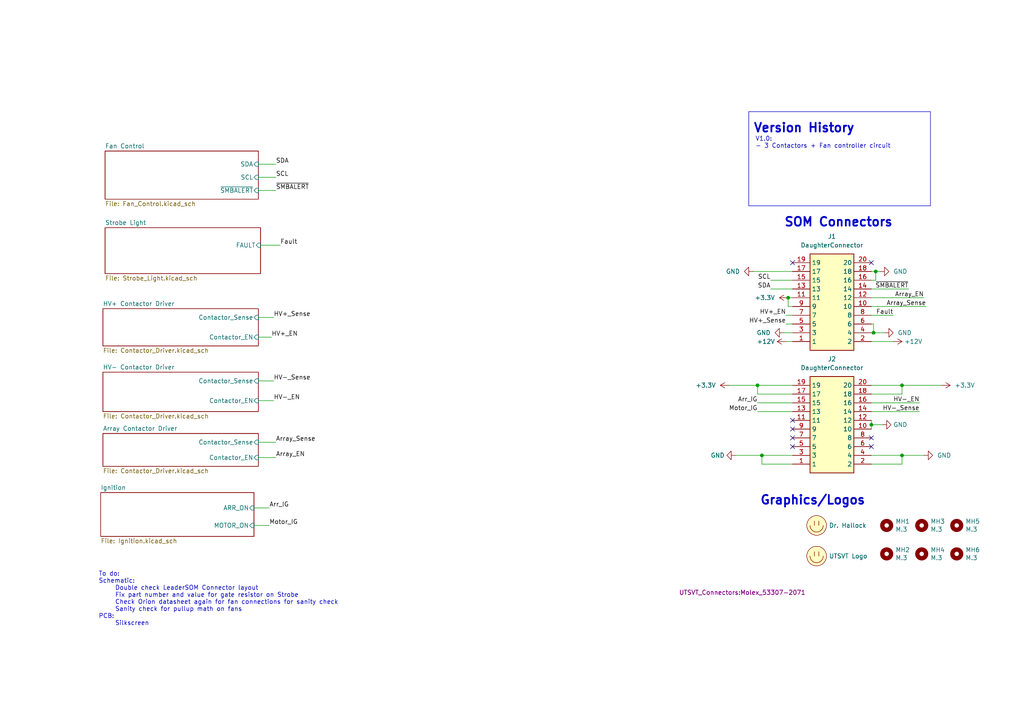
<source format=kicad_sch>
(kicad_sch (version 20230121) (generator eeschema)
  (paper "A4")
  (lib_symbols
    (symbol "Mechanical:MountingHole" (pin_names (offset 1.016))
      (property "Reference" "H" (at 0 5.08 0))
      (property "Value" "MountingHole" (at 0 3.175 0))
      (symbol "MountingHole_0_1"
        (circle (center 0 0) (radius 1.27) (stroke (width 1.27)))
      )
    )
    (symbol "power:+12V" (power) (pin_names (offset 0))
      (property "Value" "+12V" (at 0 3.556 0))
      (symbol "+12V_0_1"
        (polyline (pts (xy -0.762 1.27) (xy 0 2.54)))
        (polyline (pts (xy 0 0) (xy 0 2.54)))
        (polyline (pts (xy 0 2.54) (xy 0.762 1.27)))
      )
      (symbol "+12V_1_1"
        (pin power_in line (at 0 0 90) (length 0) hide (name "+12V") (number "1"))
      )
    )
    (symbol "power:+3.3V" (power) (pin_names (offset 0))
      (property "Value" "+3.3V" (at 0 3.556 0))
      (symbol "+3.3V_0_1"
        (polyline (pts (xy -0.762 1.27) (xy 0 2.54)))
        (polyline (pts (xy 0 0) (xy 0 2.54)))
        (polyline (pts (xy 0 2.54) (xy 0.762 1.27)))
      )
      (symbol "+3.3V_1_1"
        (pin power_in line (at 0 0 90) (length 0) hide (name "+3.3V") (number "1"))
      )
    )
    (symbol "power:GND" (power) (pin_names (offset 0))
      (property "Value" "GND" (at 0 -3.81 0))
      (symbol "GND_0_1"
        (polyline (pts (xy 0 0) (xy 0 -1.27) (xy 1.27 -1.27) (xy 0 -2.54) (xy -1.27 -1.27) (xy 0 -1.27)))
      )
      (symbol "GND_1_1"
        (pin power_in line (at 0 0 270) (length 0) hide (name "GND") (number "1"))
      )
    )
    (symbol "utsvt-connectors:DaughterConnector"
      (property "Reference" "J" (at 19.05 7.62 0))
      (property "Value" "DaughterConnector" (at 19.05 5.08 0))
      (symbol "DaughterConnector_1_1"
        (rectangle (start 5.08 2.54) (end 17.78 -25.4) (stroke (width 0.254)) (fill (type background)))
        (pin passive line (at 22.86 -22.86 180) (length 5.08) (name "1") (number "1"))
        (pin passive line (at 0 -12.7 0) (length 5.08) (name "10") (number "10"))
        (pin passive line (at 22.86 -10.16 180) (length 5.08) (name "11") (number "11"))
        (pin passive line (at 0 -10.16 0) (length 5.08) (name "12") (number "12"))
        (pin passive line (at 22.86 -7.62 180) (length 5.08) (name "13") (number "13"))
        (pin passive line (at 0 -7.62 0) (length 5.08) (name "14") (number "14"))
        (pin passive line (at 22.86 -5.08 180) (length 5.08) (name "15") (number "15"))
        (pin passive line (at 0 -5.08 0) (length 5.08) (name "16") (number "16"))
        (pin passive line (at 22.86 -2.54 180) (length 5.08) (name "17") (number "17"))
        (pin passive line (at 0 -2.54 0) (length 5.08) (name "18") (number "18"))
        (pin passive line (at 22.86 0 180) (length 5.08) (name "19") (number "19"))
        (pin passive line (at 0 -22.86 0) (length 5.08) (name "2") (number "2"))
        (pin passive line (at 0 0 0) (length 5.08) (name "20") (number "20"))
        (pin passive line (at 22.86 -20.32 180) (length 5.08) (name "3") (number "3"))
        (pin passive line (at 0 -20.32 0) (length 5.08) (name "4") (number "4"))
        (pin passive line (at 22.86 -17.78 180) (length 5.08) (name "5") (number "5"))
        (pin passive line (at 0 -17.78 0) (length 5.08) (name "6") (number "6"))
        (pin passive line (at 22.86 -15.24 180) (length 5.08) (name "7") (number "7"))
        (pin passive line (at 0 -15.24 0) (length 5.08) (name "8") (number "8"))
        (pin passive line (at 22.86 -12.7 180) (length 5.08) (name "9") (number "9"))
      )
    )
    (symbol "utsvt-misc:Logo_Placeholder" (pin_names (offset 1.016))
      (property "Value" "Logo_Placeholder" (at 0 3.81 0))
      (symbol "Logo_Placeholder_0_1"
        (arc (start -1.905 0) (mid 0 -1.8967) (end 1.905 0))
        (polyline (pts (xy -0.635 1.27) (xy -0.635 0)))
        (polyline (pts (xy 0.635 1.27) (xy 0.635 0)))
        (circle (center 0 0) (radius 2.8448) (fill (type background)))
      )
    )
  )
  (junction (at 219.71 111.76))
  (junction (at 220.98 132.08))
  (junction (at 253.365 96.52))
  (junction (at 261.62 111.76))
  (junction (at 252.73 123.19))
  (junction (at 254 78.74))
  (junction (at 261.62 132.08))
  (junction (at 228.6 86.36))
  (no_connect (at 252.73 127))
  (no_connect (at 229.87 121.92))
  (no_connect (at 229.87 129.54))
  (no_connect (at 229.87 127))
  (no_connect (at 229.87 76.2))
  (no_connect (at 252.73 129.54))
  (no_connect (at 252.73 76.2))
  (no_connect (at 229.87 124.46))
  (wire (pts (xy 74.93 110.49) (xy 79.375 110.49)))
  (wire (pts (xy 227.965 91.44) (xy 229.87 91.44)))
  (wire (pts (xy 74.93 47.625) (xy 80.01 47.625)))
  (wire (pts (xy 229.87 96.52) (xy 227.33 96.52)))
  (wire (pts (xy 219.71 116.84) (xy 229.87 116.84)))
  (wire (pts (xy 254 78.74) (xy 252.73 78.74)))
  (wire (pts (xy 74.93 55.245) (xy 80.01 55.245)))
  (wire (pts (xy 252.73 121.92) (xy 252.73 123.19)))
  (wire (pts (xy 75.565 71.12) (xy 81.28 71.12)))
  (wire (pts (xy 228.6 86.36) (xy 229.87 86.36)))
  (wire (pts (xy 228.6 88.9) (xy 228.6 86.36)))
  (wire (pts (xy 229.87 78.74) (xy 218.44 78.74)))
  (wire (pts (xy 229.87 83.82) (xy 223.52 83.82)))
  (wire (pts (xy 219.71 114.3) (xy 219.71 111.76)))
  (wire (pts (xy 227.965 99.06) (xy 229.87 99.06)))
  (wire (pts (xy 252.73 93.98) (xy 253.365 93.98)))
  (wire (pts (xy 267.97 86.36) (xy 252.73 86.36)))
  (wire (pts (xy 219.71 119.38) (xy 229.87 119.38)))
  (wire (pts (xy 254 81.28) (xy 254 78.74)))
  (wire (pts (xy 73.66 147.32) (xy 78.105 147.32)))
  (wire (pts (xy 253.365 96.52) (xy 252.73 96.52)))
  (wire (pts (xy 252.73 134.62) (xy 261.62 134.62)))
  (wire (pts (xy 252.73 114.3) (xy 261.62 114.3)))
  (wire (pts (xy 256.54 96.52) (xy 253.365 96.52)))
  (wire (pts (xy 220.98 132.08) (xy 213.36 132.08)))
  (wire (pts (xy 252.73 88.9) (xy 268.605 88.9)))
  (wire (pts (xy 229.87 114.3) (xy 219.71 114.3)))
  (wire (pts (xy 74.93 116.205) (xy 79.375 116.205)))
  (wire (pts (xy 252.73 81.28) (xy 254 81.28)))
  (wire (pts (xy 219.71 111.76) (xy 211.455 111.76)))
  (wire (pts (xy 73.66 152.4) (xy 78.105 152.4)))
  (wire (pts (xy 74.93 132.715) (xy 80.01 132.715)))
  (wire (pts (xy 255.27 78.74) (xy 254 78.74)))
  (wire (pts (xy 252.73 83.82) (xy 263.525 83.82)))
  (wire (pts (xy 261.62 111.76) (xy 252.73 111.76)))
  (wire (pts (xy 252.73 123.19) (xy 252.73 124.46)))
  (wire (pts (xy 74.93 92.075) (xy 79.375 92.075)))
  (wire (pts (xy 229.87 134.62) (xy 220.98 134.62)))
  (wire (pts (xy 229.87 88.9) (xy 228.6 88.9)))
  (wire (pts (xy 229.87 132.08) (xy 220.98 132.08)))
  (wire (pts (xy 74.93 97.79) (xy 78.74 97.79)))
  (wire (pts (xy 253.365 93.98) (xy 253.365 96.52)))
  (wire (pts (xy 255.905 123.19) (xy 252.73 123.19)))
  (wire (pts (xy 74.93 128.27) (xy 80.01 128.27)))
  (wire (pts (xy 252.73 99.06) (xy 259.08 99.06)))
  (wire (pts (xy 252.73 116.84) (xy 266.7 116.84)))
  (wire (pts (xy 223.52 81.28) (xy 229.87 81.28)))
  (wire (pts (xy 261.62 132.08) (xy 267.97 132.08)))
  (wire (pts (xy 227.965 93.98) (xy 229.87 93.98)))
  (wire (pts (xy 261.62 114.3) (xy 261.62 111.76)))
  (wire (pts (xy 261.62 134.62) (xy 261.62 132.08)))
  (wire (pts (xy 252.73 91.44) (xy 259.08 91.44)))
  (wire (pts (xy 220.98 134.62) (xy 220.98 132.08)))
  (wire (pts (xy 273.05 111.76) (xy 261.62 111.76)))
  (wire (pts (xy 74.93 51.435) (xy 80.01 51.435)))
  (wire (pts (xy 252.73 119.38) (xy 266.7 119.38)))
  (wire (pts (xy 229.87 111.76) (xy 219.71 111.76)))
  (wire (pts (xy 252.73 132.08) (xy 261.62 132.08)))
  (rectangle (start 217.17 32.385) (end 269.875 59.69))
  (text "SOM Connectors" (at 227.33 66.04 0) (effects (font (size 2.54 2.54) (thickness 0.508) bold) (justify left bottom)))
  (text "Graphics/Logos" (at 220.345 146.685 0) (effects (font (size 2.54 2.54) (thickness 0.508) bold) (justify left bottom)))
  (text "Version History" (at 218.44 38.735 0) (effects (font (size 2.54 2.54) (thickness 0.508) bold) (justify left bottom)))
  (text "To do:\nSchematic:\n	Double check LeaderSOM Connector layout\n	Fix part number and value for gate resistor on Strobe\n	Check Orion datasheet again for fan connections for sanity check\n	Sanity check for pullup math on fans\nPCB:\n	Silkscreen\n" (at 28.575 181.61 0) (effects (font (size 1.27 1.27)) (justify left bottom)))
  (text "V1.0: \n- 3 Contactors + Fan controller circuit" (at 219.075 43.18 0) (effects (font (size 1.27 1.27)) (justify left bottom)))
  (label "HV+_EN" (at 227.965 91.44 180))
  (label "HV+_Sense" (at 79.375 92.075 0))
  (label "SDA" (at 80.01 47.625 0))
  (label "Motor_IG" (at 219.71 119.38 180))
  (label "Array_EN" (at 80.01 132.715 0))
  (label "SCL" (at 223.52 81.28 180))
  (label "HV-_EN" (at 79.375 116.205 0))
  (label "SDA" (at 223.52 83.82 180))
  (label "Arr_IG" (at 219.71 116.84 180))
  (label "Fault" (at 259.08 91.44 180))
  (label "Arr_IG" (at 78.105 147.32 0))
  (label "HV+_Sense" (at 227.965 93.98 180))
  (label "HV+_EN" (at 78.74 97.79 0))
  (label "Array_EN" (at 267.97 86.36 180))
  (label "HV-_EN" (at 266.7 116.84 180))
  (label "Array_Sense" (at 80.01 128.27 0))
  (label "Array_Sense" (at 268.605 88.9 180))
  (label "Motor_IG" (at 78.105 152.4 0))
  (label "~{SMBALERT}" (at 263.525 83.82 180))
  (label "HV-_Sense" (at 79.375 110.49 0))
  (label "Fault" (at 81.28 71.12 0))
  (label "SCL" (at 80.01 51.435 0))
  (label "HV-_Sense" (at 266.7 119.38 180))
  (label "~{SMBALERT}" (at 80.01 55.245 0))
  (symbol (lib_id "power:+3.3V") (at 228.6 86.36 90) (mirror x) (unit 1)
    (property "Reference" "#PWR07" (effects hide))
    (property "Value" "+3.3V" (at 224.79 86.36 90) (effects (justify left)))
  )
  (symbol (lib_id "utsvt-connectors:DaughterConnector") (at 252.73 111.76 0) (mirror y) (unit 1)
    (property "Reference" "J2" (at 241.3 104.14 0))
    (property "Value" "DaughterConnector" (at 241.3 106.68 0))
    (property "Footprint" "UTSVT_Connectors:Molex_53307-2071" (effects hide))
    (property "Datasheet" "https://tools.molex.com/pdm_docs/sd/533072071_sd.pdf" (effects hide))
    (property "Height" "3.85" (effects hide))
    (property "Mouser Part Number" "538-53307-2071" (effects hide))
    (property "Mouser Price/Stock" "https://www.mouser.co.uk/ProductDetail/Molex/53307-2071?qs=88IJkhYWEX1NdBDaDFqnDg%3D%3D" (effects hide))
    (property "Manufacturer_Name" "Molex" (effects hide))
    (property "Manufacturer_Part_Number" "53307-2071" (effects hide))
    (property "P/N" "53307-2071" (effects hide))
  )
  (symbol (lib_id "utsvt-misc:Logo_Placeholder") (at 236.855 161.29 0) (unit 1)
    (property "Reference" "LOGO2" (effects hide))
    (property "Value" "UTSVT Logo" (at 240.411 161.29 0) (effects (justify left)))
    (property "Footprint" "UTSVT_Special:UTSVT_Logo_Symbol" (effects hide))
  )
  (symbol (lib_id "utsvt-misc:Logo_Placeholder") (at 236.855 152.4 0) (unit 1)
    (property "Reference" "LOGO1" (effects hide))
    (property "Value" "Dr. Hallock" (at 240.411 152.4 0) (effects (justify left)))
    (property "Footprint" "UTSVT_Special:Hallock_Image_Tiny" (effects hide))
  )
  (symbol (lib_id "power:GND") (at 255.27 78.74 90) (mirror x) (unit 1)
    (property "Reference" "#PWR08" (effects hide))
    (property "Value" "GND" (at 259.08 78.74 90) (effects (justify right)))
  )
  (symbol (lib_id "Mechanical:MountingHole") (at 257.175 160.655 0) (unit 1)
    (property "Reference" "MH2" (at 259.715 159.4866 0) (effects (justify left)))
    (property "Value" "M.3" (at 259.715 161.798 0) (effects (justify left)))
    (property "Footprint" "MountingHole:MountingHole_3mm" (effects hide))
  )
  (symbol (lib_id "Mechanical:MountingHole") (at 277.495 152.4 0) (unit 1)
    (property "Reference" "MH5" (at 280.035 151.2316 0) (effects (justify left)))
    (property "Value" "M.3" (at 280.035 153.543 0) (effects (justify left)))
    (property "Footprint" "MountingHole:MountingHole_3mm" (effects hide))
  )
  (symbol (lib_id "power:GND") (at 213.36 132.08 270) (mirror x) (unit 1)
    (property "Reference" "#PWR02" (effects hide))
    (property "Value" "GND" (at 210.185 132.08 90) (effects (justify right)))
  )
  (symbol (lib_id "power:+12V") (at 259.08 99.06 270) (mirror x) (unit 1)
    (property "Reference" "#PWR011" (effects hide))
    (property "Value" "+12V" (at 262.255 99.06 90) (effects (justify left)))
  )
  (symbol (lib_id "power:GND") (at 255.905 123.19 90) (unit 1)
    (property "Reference" "#PWR09" (effects hide))
    (property "Value" "GND" (at 259.08 123.19 90) (effects (justify right)))
  )
  (symbol (lib_id "power:+3.3V") (at 211.455 111.76 90) (mirror x) (unit 1)
    (property "Reference" "#PWR01" (effects hide))
    (property "Value" "+3.3V" (at 207.645 111.76 90) (effects (justify left)))
  )
  (symbol (lib_id "power:GND") (at 256.54 96.52 90) (mirror x) (unit 1)
    (property "Reference" "#PWR010" (effects hide))
    (property "Value" "GND" (at 260.35 96.52 90) (effects (justify right)))
  )
  (symbol (lib_id "Mechanical:MountingHole") (at 267.335 160.655 0) (unit 1)
    (property "Reference" "MH4" (at 269.875 159.4866 0) (effects (justify left)))
    (property "Value" "M.3" (at 269.875 161.798 0) (effects (justify left)))
    (property "Footprint" "MountingHole:MountingHole_3mm" (effects hide))
  )
  (symbol (lib_id "power:GND") (at 218.44 78.74 270) (mirror x) (unit 1)
    (property "Reference" "#PWR04" (effects hide))
    (property "Value" "GND" (at 214.63 78.74 90) (effects (justify right)))
  )
  (symbol (lib_id "power:GND") (at 227.33 96.52 270) (mirror x) (unit 1)
    (property "Reference" "#PWR05" (effects hide))
    (property "Value" "GND" (at 223.52 96.52 90) (effects (justify right)))
  )
  (symbol (lib_id "Mechanical:MountingHole") (at 277.495 160.655 0) (unit 1)
    (property "Reference" "MH6" (at 280.035 159.4866 0) (effects (justify left)))
    (property "Value" "M.3" (at 280.035 161.798 0) (effects (justify left)))
    (property "Footprint" "MountingHole:MountingHole_3mm" (effects hide))
  )
  (symbol (lib_id "power:+12V") (at 227.965 99.06 90) (unit 1)
    (property "Reference" "#PWR06" (effects hide))
    (property "Value" "+12V" (at 224.79 99.06 90) (effects (justify left)))
  )
  (symbol (lib_id "power:+3.3V") (at 273.05 111.76 270) (mirror x) (unit 1)
    (property "Reference" "#PWR014" (effects hide))
    (property "Value" "+3.3V" (at 276.86 111.76 90) (effects (justify left)))
  )
  (symbol (lib_id "power:GND") (at 267.97 132.08 90) (mirror x) (unit 1)
    (property "Reference" "#PWR013" (effects hide))
    (property "Value" "GND" (at 271.78 132.08 90) (effects (justify right)))
  )
  (symbol (lib_id "Mechanical:MountingHole") (at 267.335 152.4 0) (unit 1)
    (property "Reference" "MH3" (at 269.875 151.2316 0) (effects (justify left)))
    (property "Value" "M.3" (at 269.875 153.543 0) (effects (justify left)))
    (property "Footprint" "MountingHole:MountingHole_3mm" (effects hide))
  )
  (symbol (lib_id "utsvt-connectors:DaughterConnector") (at 252.73 76.2 0) (mirror y) (unit 1)
    (property "Reference" "J1" (at 241.3 68.58 0))
    (property "Value" "DaughterConnector" (at 241.3 71.12 0))
    (property "Footprint" "UTSVT_Connectors:Molex_53307-2071" (at 233.68 171.12 0) (effects (justify left top)))
    (property "Datasheet" "https://tools.molex.com/pdm_docs/sd/533072071_sd.pdf" (effects hide))
    (property "Height" "3.85" (effects hide))
    (property "Mouser Part Number" "538-53307-2071" (effects hide))
    (property "Mouser Price/Stock" "https://www.mouser.co.uk/ProductDetail/Molex/53307-2071?qs=88IJkhYWEX1NdBDaDFqnDg%3D%3D" (effects hide))
    (property "Manufacturer_Name" "Molex" (effects hide))
    (property "Manufacturer_Part_Number" "53307-2071" (effects hide))
    (property "P/N" "53307-2071" (effects hide))
  )
  (symbol (lib_id "Mechanical:MountingHole") (at 257.175 152.4 0) (unit 1)
    (property "Reference" "MH1" (at 259.715 151.2316 0) (effects (justify left)))
    (property "Value" "M.3" (at 259.715 153.543 0) (effects (justify left)))
    (property "Footprint" "MountingHole:MountingHole_3mm" (effects hide))
  )
  (sheet (at 29.21 142.875) (size 44.45 12.7) (stroke (width 0.1524))
    (property "Sheetname" "Ignition" (at 29.21 142.1634 0) (effects (justify left bottom)))
    (property "Sheetfile" "Ignition.kicad_sch" (at 29.21 156.1596 0) (effects (justify left top)))
    (pin "ARR_ON" input (at 73.66 147.32 0))
    (pin "MOTOR_ON" input (at 73.66 152.4 0))
  )
  (sheet (at 30.48 66.04) (size 45.085 13.335) (stroke (width 0.1524))
    (property "Sheetname" "Strobe Light" (at 30.48 65.3284 0) (effects (justify left bottom)))
    (property "Sheetfile" "Strobe_Light.kicad_sch" (at 30.48 79.9596 0) (effects (justify left top)))
    (pin "FAULT" input (at 75.565 71.12 0))
  )
  (sheet (at 29.845 107.95) (size 45.085 11.43) (stroke (width 0.1524))
    (property "Sheetname" "HV- Contactor Driver" (at 29.845 107.2384 0) (effects (justify left bottom)))
    (property "Sheetfile" "Contactor_Driver.kicad_sch" (at 29.845 119.9646 0) (effects (justify left top)))
    (pin "Contactor_Sense" input (at 74.93 110.49 0))
    (pin "Contactor_EN" input (at 74.93 116.205 0))
  )
  (sheet (at 29.845 89.535) (size 45.085 10.795) (stroke (width 0.1524))
    (property "Sheetname" "HV+ Contactor Driver" (at 29.845 88.8234 0) (effects (justify left bottom)))
    (property "Sheetfile" "Contactor_Driver.kicad_sch" (at 29.845 100.9146 0) (effects (justify left top)))
    (pin "Contactor_Sense" input (at 74.93 92.075 0))
    (pin "Contactor_EN" input (at 74.93 97.79 0))
  )
  (sheet (at 29.845 125.73) (size 45.085 9.525) (stroke (width 0.1524))
    (property "Sheetname" "Array Contactor Driver" (at 29.845 125.0184 0) (effects (justify left bottom)))
    (property "Sheetfile" "Contactor_Driver.kicad_sch" (at 29.845 135.8396 0) (effects (justify left top)))
    (pin "Contactor_Sense" input (at 74.93 128.27 0))
    (pin "Contactor_EN" input (at 74.93 132.715 0))
  )
  (sheet (at 30.48 43.815) (size 44.45 13.97) (stroke (width 0.1524))
    (property "Sheetname" "Fan Control" (at 30.48 43.1034 0) (effects (justify left bottom)))
    (property "Sheetfile" "Fan_Control.kicad_sch" (at 30.48 58.3696 0) (effects (justify left top)))
    (pin "SDA" input (at 74.93 47.625 0))
    (pin "SCL" input (at 74.93 51.435 0))
    (pin "~{SMBALERT}" input (at 74.93 55.245 0))
  )
)
</source>
